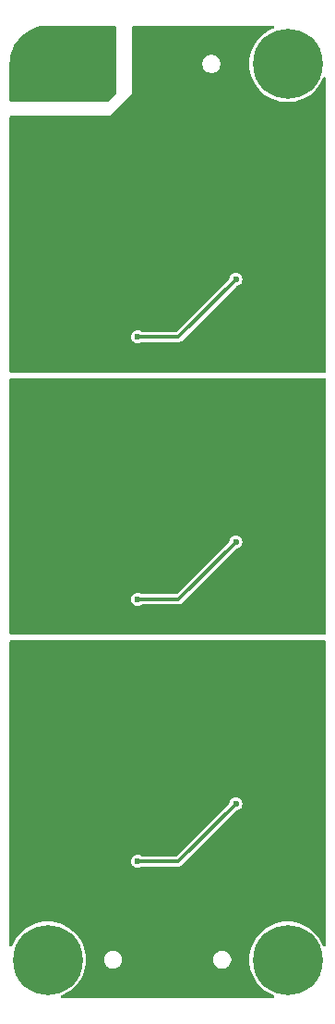
<source format=gbr>
%TF.GenerationSoftware,KiCad,Pcbnew,8.0.4*%
%TF.CreationDate,2024-08-16T18:46:30+09:00*%
%TF.ProjectId,accel-brake-sig-converter-board,61636365-6c2d-4627-9261-6b652d736967,rev?*%
%TF.SameCoordinates,Original*%
%TF.FileFunction,Copper,L2,Bot*%
%TF.FilePolarity,Positive*%
%FSLAX46Y46*%
G04 Gerber Fmt 4.6, Leading zero omitted, Abs format (unit mm)*
G04 Created by KiCad (PCBNEW 8.0.4) date 2024-08-16 18:46:30*
%MOMM*%
%LPD*%
G01*
G04 APERTURE LIST*
%TA.AperFunction,ComponentPad*%
%ADD10C,0.800000*%
%TD*%
%TA.AperFunction,ComponentPad*%
%ADD11C,6.400000*%
%TD*%
%TA.AperFunction,ViaPad*%
%ADD12C,0.600000*%
%TD*%
%TA.AperFunction,Conductor*%
%ADD13C,0.300000*%
%TD*%
G04 APERTURE END LIST*
D10*
%TO.P,H2,MP,MP*%
%TO.N,unconnected-(H2-PadMP)_6*%
X1600000Y-86000000D03*
%TO.N,unconnected-(H2-PadMP)_7*%
X2302944Y-84302944D03*
%TO.N,unconnected-(H2-PadMP)*%
X2302944Y-87697056D03*
%TO.N,unconnected-(H2-PadMP)_3*%
X4000000Y-83600000D03*
D11*
%TO.N,unconnected-(H2-PadMP)_5*%
X4000000Y-86000000D03*
D10*
%TO.N,unconnected-(H2-PadMP)_4*%
X4000000Y-88400000D03*
%TO.N,unconnected-(H2-PadMP)_2*%
X5697056Y-84302944D03*
%TO.N,unconnected-(H2-PadMP)_1*%
X5697056Y-87697056D03*
%TO.N,unconnected-(H2-PadMP)_8*%
X6400000Y-86000000D03*
%TD*%
%TO.P,H3,MP,MP*%
%TO.N,unconnected-(H3-PadMP)_6*%
X23600000Y-4000000D03*
%TO.N,unconnected-(H3-PadMP)_1*%
X24302944Y-2302944D03*
%TO.N,unconnected-(H3-PadMP)_3*%
X24302944Y-5697056D03*
%TO.N,unconnected-(H3-PadMP)_4*%
X26000000Y-1600000D03*
D11*
%TO.N,unconnected-(H3-PadMP)_2*%
X26000000Y-4000000D03*
D10*
%TO.N,unconnected-(H3-PadMP)*%
X26000000Y-6400000D03*
%TO.N,unconnected-(H3-PadMP)_5*%
X27697056Y-2302944D03*
%TO.N,unconnected-(H3-PadMP)_8*%
X27697056Y-5697056D03*
%TO.N,unconnected-(H3-PadMP)_7*%
X28400000Y-4000000D03*
%TD*%
%TO.P,H4,MP,MP*%
%TO.N,unconnected-(H4-PadMP)*%
X23600000Y-86000000D03*
%TO.N,unconnected-(H4-PadMP)_7*%
X24302944Y-84302944D03*
%TO.N,unconnected-(H4-PadMP)_2*%
X24302944Y-87697056D03*
%TO.N,unconnected-(H4-PadMP)_5*%
X26000000Y-83600000D03*
D11*
%TO.N,unconnected-(H4-PadMP)_6*%
X26000000Y-86000000D03*
D10*
%TO.N,unconnected-(H4-PadMP)_4*%
X26000000Y-88400000D03*
%TO.N,unconnected-(H4-PadMP)_1*%
X27697056Y-84302944D03*
%TO.N,unconnected-(H4-PadMP)_8*%
X27697056Y-87697056D03*
%TO.N,unconnected-(H4-PadMP)_3*%
X28400000Y-86000000D03*
%TD*%
%TO.P,H1,MP,MP*%
%TO.N,Chassis*%
X1600000Y-4000000D03*
X2302944Y-2302944D03*
X2302944Y-5697056D03*
X4000000Y-1600000D03*
D11*
X4000000Y-4000000D03*
D10*
X4000000Y-6400000D03*
X5697056Y-2302944D03*
X5697056Y-5697056D03*
X6400000Y-4000000D03*
%TD*%
D12*
%TO.N,GND1*%
X18500000Y-31750000D03*
X1000000Y-26750000D03*
X12750000Y-13250000D03*
X27500000Y-10250000D03*
X17500000Y-9250000D03*
X29000000Y-9250000D03*
X16500000Y-26500000D03*
X15000000Y-9250000D03*
X29000000Y-11750000D03*
X25000000Y-9500000D03*
X7500000Y-17000000D03*
X21000000Y-31750000D03*
X13500000Y-1000000D03*
X22050000Y-19750000D03*
X22500000Y-14750000D03*
X29000000Y-19250000D03*
X8000000Y-31750000D03*
X19500000Y-19000000D03*
X13000000Y-31750000D03*
X12250000Y-30000000D03*
X16000000Y-1000000D03*
X12250000Y-23750000D03*
X14750000Y-19750000D03*
X22500000Y-9500000D03*
X20500000Y-11750000D03*
X20450000Y-23250000D03*
X1000000Y-21750000D03*
X22000000Y-4000000D03*
X20250000Y-20500000D03*
X23500000Y-1000000D03*
X29000000Y-21750000D03*
X29000000Y-29250000D03*
X13750000Y-5500000D03*
X21750000Y-17750000D03*
X20500000Y-10750000D03*
X23250000Y-6750000D03*
X24750000Y-28000000D03*
X22500000Y-16500000D03*
X9750000Y-11750000D03*
X12500000Y-9250000D03*
X7750000Y-9250000D03*
X1000000Y-9250000D03*
X9750000Y-30250000D03*
X25500000Y-15500000D03*
X10250000Y-8750000D03*
X7500000Y-13000000D03*
X1000000Y-11750000D03*
X22250000Y-28750000D03*
X29000000Y-26750000D03*
X12000000Y-27250000D03*
X22250000Y-22250000D03*
X13750000Y-2500000D03*
X24750000Y-31750000D03*
X2500000Y-31750000D03*
X2750000Y-9250000D03*
X29000000Y-16750000D03*
X19500000Y-21750000D03*
X1000000Y-16750000D03*
X1000000Y-14250000D03*
X29000000Y-14250000D03*
X12500000Y-7250000D03*
X14500000Y-24250000D03*
X29000000Y-6750000D03*
X14750000Y-17500000D03*
X27000000Y-28000000D03*
X1000000Y-29250000D03*
X12750000Y-28000000D03*
X23750000Y-22500000D03*
X29000000Y-31750000D03*
X21000000Y-25250000D03*
X29000000Y-24250000D03*
X7500000Y-27000000D03*
X26250000Y-31750000D03*
X16500000Y-23500000D03*
X9750000Y-18250000D03*
X14500000Y-30000000D03*
X25250000Y-25250000D03*
X24750000Y-29750000D03*
X16500000Y-21000000D03*
X1000000Y-19250000D03*
X12250000Y-17750000D03*
X7500000Y-29000000D03*
X16000000Y-31750000D03*
X1000000Y-24250000D03*
X7500000Y-15000000D03*
X21000000Y-1000000D03*
X10500000Y-31750000D03*
X18500000Y-1000000D03*
X25000000Y-13750000D03*
X7500000Y-25000000D03*
X23000000Y-25250000D03*
X1000000Y-31750000D03*
X26000000Y-8000000D03*
X9750000Y-23750000D03*
X20000000Y-9250000D03*
X14000000Y-13250000D03*
%TO.N,Chassis*%
X9500000Y-7000000D03*
X9500000Y-1000000D03*
X6750000Y-7000000D03*
X8500000Y-2500000D03*
X6750000Y-1000000D03*
X9500000Y-4000000D03*
X8500000Y-5500000D03*
X1000000Y-7000000D03*
%TO.N,GND2*%
X14750000Y-43750000D03*
X12500000Y-47750000D03*
X14750000Y-48500000D03*
X12000000Y-51250000D03*
X15250000Y-33250000D03*
X8000000Y-55750000D03*
X25500000Y-39500000D03*
X1000000Y-45750000D03*
X21000000Y-55750000D03*
X19500000Y-43000000D03*
X18500000Y-55750000D03*
X1000000Y-40750000D03*
X20500000Y-34750000D03*
X26250000Y-33250000D03*
X22750000Y-33250000D03*
X24750000Y-55750000D03*
X7500000Y-39000000D03*
X13000000Y-55750000D03*
X29000000Y-53250000D03*
X2750000Y-33250000D03*
X1000000Y-43250000D03*
X20500000Y-35750000D03*
X19500000Y-45750000D03*
X29000000Y-33250000D03*
X9750000Y-35750000D03*
X12250000Y-54000000D03*
X29000000Y-43250000D03*
X1000000Y-48250000D03*
X14500000Y-54000000D03*
X22250000Y-46250000D03*
X21750000Y-41500000D03*
X16500000Y-50500000D03*
X10500000Y-55750000D03*
X9750000Y-47750000D03*
X12750000Y-52000000D03*
X7500000Y-41000000D03*
X16500000Y-47500000D03*
X12750000Y-33250000D03*
X1000000Y-33250000D03*
X29000000Y-45750000D03*
X22050000Y-43750000D03*
X16500000Y-45000000D03*
X24500000Y-33250000D03*
X12750000Y-37250000D03*
X25000000Y-37750000D03*
X7500000Y-51000000D03*
X23750000Y-46500000D03*
X1000000Y-53250000D03*
X17750000Y-33250000D03*
X1000000Y-38250000D03*
X24750000Y-52000000D03*
X20450000Y-47250000D03*
X29000000Y-40750000D03*
X9750000Y-54250000D03*
X7750000Y-33250000D03*
X14750000Y-41500000D03*
X10250000Y-33250000D03*
X7500000Y-49000000D03*
X1000000Y-55750000D03*
X1000000Y-50750000D03*
X26250000Y-55750000D03*
X29000000Y-38250000D03*
X7500000Y-53000000D03*
X22500000Y-40500000D03*
X2500000Y-55750000D03*
X27000000Y-52000000D03*
X22500000Y-38750000D03*
X22250000Y-52750000D03*
X12250000Y-41750000D03*
X20250000Y-33250000D03*
X16000000Y-55750000D03*
X29000000Y-48250000D03*
X20250000Y-44500000D03*
X29000000Y-55750000D03*
X14000000Y-37250000D03*
X28000000Y-34750000D03*
X24750000Y-54000000D03*
X7500000Y-37000000D03*
X25000000Y-49250000D03*
X29000000Y-35750000D03*
X9750000Y-42250000D03*
X1000000Y-35750000D03*
X21000000Y-49250000D03*
X29000000Y-50750000D03*
%TO.N,GND3*%
X29000000Y-79750000D03*
X29000000Y-57250000D03*
X21250000Y-79250000D03*
X20500000Y-71200000D03*
X12750000Y-76000000D03*
X1000000Y-77250000D03*
X29000000Y-67250000D03*
X25500000Y-63500000D03*
X20500000Y-59750000D03*
X9750000Y-78250000D03*
X26000000Y-82000000D03*
X26250000Y-57250000D03*
X14750000Y-65500000D03*
X29000000Y-82250000D03*
X20000000Y-89000000D03*
X2750000Y-57250000D03*
X24750000Y-78500000D03*
X1000000Y-69750000D03*
X21000000Y-73250000D03*
X7500000Y-63000000D03*
X29000000Y-72250000D03*
X25000000Y-73250000D03*
X14500000Y-72250000D03*
X9750000Y-66250000D03*
X9750000Y-59750000D03*
X20250000Y-68500000D03*
X7500000Y-65000000D03*
X12750000Y-61250000D03*
X20500000Y-58750000D03*
X19500000Y-69750000D03*
X12000000Y-75250000D03*
X23250000Y-83250000D03*
X14500000Y-78000000D03*
X27000000Y-76000000D03*
X1000000Y-72250000D03*
X22250000Y-70250000D03*
X22500000Y-89000000D03*
X22050000Y-67750000D03*
X29000000Y-74750000D03*
X1000000Y-57250000D03*
X20250000Y-57250000D03*
X22000000Y-86000000D03*
X7500000Y-75000000D03*
X22500000Y-62750000D03*
X24500000Y-57250000D03*
X21750000Y-65500000D03*
X16500000Y-74500000D03*
X12250000Y-65750000D03*
X1000000Y-74750000D03*
X12250000Y-78000000D03*
X7500000Y-61000000D03*
X29000000Y-77250000D03*
X29000000Y-62250000D03*
X23750000Y-70500000D03*
X16000000Y-79750000D03*
X14000000Y-61250000D03*
X22500000Y-64500000D03*
X29000000Y-59750000D03*
X16500000Y-71500000D03*
X10250000Y-57250000D03*
X7500000Y-77000000D03*
X8000000Y-86000000D03*
X17750000Y-57250000D03*
X15250000Y-57250000D03*
X23500000Y-80750000D03*
X12750000Y-57250000D03*
X1000000Y-59750000D03*
X19500000Y-67000000D03*
X9750000Y-71750000D03*
X12500000Y-89000000D03*
X15000000Y-89000000D03*
X22250000Y-76750000D03*
X16500000Y-69000000D03*
X1000000Y-82250000D03*
X28000000Y-58750000D03*
X1000000Y-62250000D03*
X1000000Y-67250000D03*
X6750000Y-83250000D03*
X7500000Y-89000000D03*
X29000000Y-69750000D03*
X12250000Y-71750000D03*
X10000000Y-89000000D03*
X14750000Y-67750000D03*
X1000000Y-79750000D03*
X4000000Y-82000000D03*
X29000000Y-64750000D03*
X25000000Y-61750000D03*
X24750000Y-76000000D03*
X17500000Y-89000000D03*
X18750000Y-79250000D03*
X7750000Y-57250000D03*
X22750000Y-57250000D03*
X7500000Y-73000000D03*
X1000000Y-64750000D03*
%TO.N,ACCEL1_SIG_OUT_I*%
X12250000Y-29000000D03*
X21250000Y-23750000D03*
%TO.N,ACCEL2_SIG_OUT_I*%
X12250000Y-53000000D03*
X21250000Y-47750000D03*
%TO.N,BRAKE_SIG_OUT_I*%
X21250000Y-71750000D03*
X12250000Y-77000000D03*
%TD*%
D13*
%TO.N,ACCEL1_SIG_OUT_I*%
X12250000Y-29000000D02*
X16000000Y-29000000D01*
X16000000Y-29000000D02*
X21250000Y-23750000D01*
%TO.N,ACCEL2_SIG_OUT_I*%
X21250000Y-47750000D02*
X16000000Y-53000000D01*
X16000000Y-53000000D02*
X12250000Y-53000000D01*
%TO.N,BRAKE_SIG_OUT_I*%
X21250000Y-71750000D02*
X16000000Y-77000000D01*
X16000000Y-77000000D02*
X12250000Y-77000000D01*
%TD*%
%TA.AperFunction,Conductor*%
%TO.N,GND3*%
G36*
X29442539Y-56769685D02*
G01*
X29488294Y-56822489D01*
X29499500Y-56874000D01*
X29499500Y-84679570D01*
X29479815Y-84746609D01*
X29427011Y-84792364D01*
X29357853Y-84802308D01*
X29294297Y-84773283D01*
X29259736Y-84724008D01*
X29202253Y-84574260D01*
X29035679Y-84247343D01*
X28835852Y-83939635D01*
X28604952Y-83654498D01*
X28604949Y-83654494D01*
X28345506Y-83395051D01*
X28060366Y-83164149D01*
X28060364Y-83164147D01*
X27752656Y-82964320D01*
X27425739Y-82797746D01*
X27083206Y-82666260D01*
X27083199Y-82666258D01*
X26728794Y-82571295D01*
X26728790Y-82571294D01*
X26728789Y-82571294D01*
X26366405Y-82513898D01*
X26000001Y-82494696D01*
X25999999Y-82494696D01*
X25633594Y-82513898D01*
X25271211Y-82571294D01*
X25271209Y-82571294D01*
X24916793Y-82666260D01*
X24574260Y-82797746D01*
X24247343Y-82964320D01*
X23939635Y-83164147D01*
X23654498Y-83395047D01*
X23654490Y-83395054D01*
X23395054Y-83654490D01*
X23395047Y-83654498D01*
X23164147Y-83939635D01*
X22964320Y-84247343D01*
X22797746Y-84574260D01*
X22666260Y-84916793D01*
X22571294Y-85271209D01*
X22571294Y-85271211D01*
X22513898Y-85633594D01*
X22494696Y-85999999D01*
X22494696Y-86000000D01*
X22513898Y-86366405D01*
X22517872Y-86391495D01*
X22571295Y-86728794D01*
X22588964Y-86794737D01*
X22666260Y-87083206D01*
X22797746Y-87425739D01*
X22964320Y-87752656D01*
X23164147Y-88060364D01*
X23164149Y-88060366D01*
X23395051Y-88345506D01*
X23654494Y-88604949D01*
X23654498Y-88604952D01*
X23939635Y-88835852D01*
X24247343Y-89035679D01*
X24247348Y-89035682D01*
X24574264Y-89202255D01*
X24724008Y-89259736D01*
X24779540Y-89302138D01*
X24803333Y-89367832D01*
X24787831Y-89435960D01*
X24737958Y-89484893D01*
X24679570Y-89499500D01*
X5320430Y-89499500D01*
X5253391Y-89479815D01*
X5207636Y-89427011D01*
X5197692Y-89357853D01*
X5226717Y-89294297D01*
X5275992Y-89259736D01*
X5425736Y-89202255D01*
X5752652Y-89035682D01*
X6060366Y-88835851D01*
X6345506Y-88604949D01*
X6604949Y-88345506D01*
X6835851Y-88060366D01*
X7035682Y-87752652D01*
X7202255Y-87425736D01*
X7333742Y-87083199D01*
X7428705Y-86728794D01*
X7486102Y-86366404D01*
X7505304Y-86000000D01*
X7501038Y-85918592D01*
X9173500Y-85918592D01*
X9173500Y-86081407D01*
X9205259Y-86241073D01*
X9205262Y-86241082D01*
X9267562Y-86391490D01*
X9267563Y-86391492D01*
X9358015Y-86526862D01*
X9358018Y-86526866D01*
X9473133Y-86641981D01*
X9473137Y-86641984D01*
X9608505Y-86732435D01*
X9608506Y-86732435D01*
X9608507Y-86732436D01*
X9608509Y-86732437D01*
X9708781Y-86773970D01*
X9758919Y-86794738D01*
X9758921Y-86794738D01*
X9758926Y-86794740D01*
X9918592Y-86826499D01*
X9918595Y-86826500D01*
X9918597Y-86826500D01*
X10081405Y-86826500D01*
X10081406Y-86826499D01*
X10134629Y-86815912D01*
X10241073Y-86794740D01*
X10241076Y-86794738D01*
X10241081Y-86794738D01*
X10391495Y-86732435D01*
X10526863Y-86641984D01*
X10641984Y-86526863D01*
X10732435Y-86391495D01*
X10794738Y-86241081D01*
X10826500Y-86081403D01*
X10826500Y-85918597D01*
X10826500Y-85918594D01*
X10826499Y-85918592D01*
X19173500Y-85918592D01*
X19173500Y-86081407D01*
X19205259Y-86241073D01*
X19205262Y-86241082D01*
X19267562Y-86391490D01*
X19267563Y-86391492D01*
X19358015Y-86526862D01*
X19358018Y-86526866D01*
X19473133Y-86641981D01*
X19473137Y-86641984D01*
X19608505Y-86732435D01*
X19608506Y-86732435D01*
X19608507Y-86732436D01*
X19608509Y-86732437D01*
X19708781Y-86773970D01*
X19758919Y-86794738D01*
X19758921Y-86794738D01*
X19758926Y-86794740D01*
X19918592Y-86826499D01*
X19918595Y-86826500D01*
X19918597Y-86826500D01*
X20081405Y-86826500D01*
X20081406Y-86826499D01*
X20134629Y-86815912D01*
X20241073Y-86794740D01*
X20241076Y-86794738D01*
X20241081Y-86794738D01*
X20391495Y-86732435D01*
X20526863Y-86641984D01*
X20641984Y-86526863D01*
X20732435Y-86391495D01*
X20794738Y-86241081D01*
X20826500Y-86081403D01*
X20826500Y-85918597D01*
X20826500Y-85918594D01*
X20826499Y-85918592D01*
X20794740Y-85758926D01*
X20794737Y-85758917D01*
X20732437Y-85608509D01*
X20732436Y-85608507D01*
X20641984Y-85473137D01*
X20641981Y-85473133D01*
X20526866Y-85358018D01*
X20526862Y-85358015D01*
X20391492Y-85267563D01*
X20391490Y-85267562D01*
X20241082Y-85205262D01*
X20241073Y-85205259D01*
X20081406Y-85173500D01*
X20081403Y-85173500D01*
X19918597Y-85173500D01*
X19918594Y-85173500D01*
X19758926Y-85205259D01*
X19758917Y-85205262D01*
X19608509Y-85267562D01*
X19608507Y-85267563D01*
X19473137Y-85358015D01*
X19473133Y-85358018D01*
X19358018Y-85473133D01*
X19358015Y-85473137D01*
X19267563Y-85608507D01*
X19267562Y-85608509D01*
X19205262Y-85758917D01*
X19205259Y-85758926D01*
X19173500Y-85918592D01*
X10826499Y-85918592D01*
X10794740Y-85758926D01*
X10794737Y-85758917D01*
X10732437Y-85608509D01*
X10732436Y-85608507D01*
X10641984Y-85473137D01*
X10641981Y-85473133D01*
X10526866Y-85358018D01*
X10526862Y-85358015D01*
X10391492Y-85267563D01*
X10391490Y-85267562D01*
X10241082Y-85205262D01*
X10241073Y-85205259D01*
X10081406Y-85173500D01*
X10081403Y-85173500D01*
X9918597Y-85173500D01*
X9918594Y-85173500D01*
X9758926Y-85205259D01*
X9758917Y-85205262D01*
X9608509Y-85267562D01*
X9608507Y-85267563D01*
X9473137Y-85358015D01*
X9473133Y-85358018D01*
X9358018Y-85473133D01*
X9358015Y-85473137D01*
X9267563Y-85608507D01*
X9267562Y-85608509D01*
X9205262Y-85758917D01*
X9205259Y-85758926D01*
X9173500Y-85918592D01*
X7501038Y-85918592D01*
X7486102Y-85633596D01*
X7428705Y-85271206D01*
X7333742Y-84916801D01*
X7202255Y-84574264D01*
X7035682Y-84247348D01*
X6835851Y-83939634D01*
X6604949Y-83654494D01*
X6345506Y-83395051D01*
X6060366Y-83164149D01*
X6060364Y-83164147D01*
X5752656Y-82964320D01*
X5425739Y-82797746D01*
X5083206Y-82666260D01*
X5083199Y-82666258D01*
X4728794Y-82571295D01*
X4728790Y-82571294D01*
X4728789Y-82571294D01*
X4366405Y-82513898D01*
X4000001Y-82494696D01*
X3999999Y-82494696D01*
X3633594Y-82513898D01*
X3271211Y-82571294D01*
X3271209Y-82571294D01*
X2916793Y-82666260D01*
X2574260Y-82797746D01*
X2247343Y-82964320D01*
X1939635Y-83164147D01*
X1654498Y-83395047D01*
X1654490Y-83395054D01*
X1395054Y-83654490D01*
X1395047Y-83654498D01*
X1164147Y-83939635D01*
X964320Y-84247343D01*
X797746Y-84574260D01*
X740264Y-84724008D01*
X697862Y-84779540D01*
X632168Y-84803333D01*
X564040Y-84787831D01*
X515107Y-84737958D01*
X500500Y-84679570D01*
X500500Y-76999998D01*
X11644318Y-76999998D01*
X11644318Y-77000001D01*
X11664955Y-77156760D01*
X11664956Y-77156762D01*
X11725464Y-77302841D01*
X11821718Y-77428282D01*
X11947159Y-77524536D01*
X12093238Y-77585044D01*
X12171619Y-77595363D01*
X12249999Y-77605682D01*
X12250000Y-77605682D01*
X12250001Y-77605682D01*
X12302254Y-77598802D01*
X12406762Y-77585044D01*
X12552841Y-77524536D01*
X12615933Y-77476123D01*
X12681102Y-77450930D01*
X12691419Y-77450500D01*
X16059308Y-77450500D01*
X16059309Y-77450500D01*
X16149673Y-77426286D01*
X16173887Y-77419799D01*
X16276614Y-77360489D01*
X21256422Y-72380679D01*
X21317743Y-72347196D01*
X21327896Y-72345426D01*
X21406762Y-72335044D01*
X21552841Y-72274536D01*
X21678282Y-72178282D01*
X21774536Y-72052841D01*
X21835044Y-71906762D01*
X21855682Y-71750000D01*
X21835044Y-71593238D01*
X21774536Y-71447159D01*
X21678282Y-71321718D01*
X21552841Y-71225464D01*
X21406762Y-71164956D01*
X21406760Y-71164955D01*
X21250001Y-71144318D01*
X21249999Y-71144318D01*
X21093239Y-71164955D01*
X21093237Y-71164956D01*
X20947160Y-71225463D01*
X20821718Y-71321718D01*
X20725463Y-71447160D01*
X20664956Y-71593238D01*
X20654575Y-71672084D01*
X20626308Y-71735980D01*
X20619317Y-71743578D01*
X15849716Y-76513181D01*
X15788393Y-76546666D01*
X15762035Y-76549500D01*
X12691419Y-76549500D01*
X12624380Y-76529815D01*
X12615933Y-76523876D01*
X12552842Y-76475464D01*
X12406762Y-76414956D01*
X12406760Y-76414955D01*
X12250001Y-76394318D01*
X12249999Y-76394318D01*
X12093239Y-76414955D01*
X12093237Y-76414956D01*
X11947160Y-76475463D01*
X11821718Y-76571718D01*
X11725463Y-76697160D01*
X11664956Y-76843237D01*
X11664955Y-76843239D01*
X11644318Y-76999998D01*
X500500Y-76999998D01*
X500500Y-56874000D01*
X520185Y-56806961D01*
X572989Y-56761206D01*
X624500Y-56750000D01*
X29375500Y-56750000D01*
X29442539Y-56769685D01*
G37*
%TD.AperFunction*%
%TD*%
%TA.AperFunction,Conductor*%
%TO.N,Chassis*%
G36*
X10193039Y-520185D02*
G01*
X10238794Y-572989D01*
X10250000Y-624500D01*
X10250000Y-6698638D01*
X10230315Y-6765677D01*
X10213681Y-6786319D01*
X9536319Y-7463681D01*
X9474996Y-7497166D01*
X9448638Y-7500000D01*
X624500Y-7500000D01*
X557461Y-7480315D01*
X511706Y-7427511D01*
X500500Y-7376000D01*
X500500Y-4003051D01*
X500649Y-3996967D01*
X517052Y-3663072D01*
X518245Y-3650962D01*
X566849Y-3323296D01*
X569218Y-3311385D01*
X649710Y-2990043D01*
X653240Y-2978411D01*
X764835Y-2666525D01*
X769476Y-2655318D01*
X911124Y-2355828D01*
X916840Y-2345136D01*
X1087145Y-2060998D01*
X1093888Y-2050905D01*
X1291232Y-1784818D01*
X1298935Y-1775433D01*
X1521405Y-1529975D01*
X1529975Y-1521405D01*
X1775433Y-1298935D01*
X1784818Y-1291232D01*
X2050905Y-1093888D01*
X2060998Y-1087145D01*
X2345136Y-916840D01*
X2355828Y-911124D01*
X2655318Y-769476D01*
X2666525Y-764835D01*
X2978412Y-653239D01*
X2990043Y-649710D01*
X3311385Y-569218D01*
X3323296Y-566849D01*
X3650962Y-518244D01*
X3663068Y-517052D01*
X3996967Y-500648D01*
X4003051Y-500500D01*
X10126000Y-500500D01*
X10193039Y-520185D01*
G37*
%TD.AperFunction*%
%TD*%
%TA.AperFunction,Conductor*%
%TO.N,GND1*%
G36*
X24746609Y-520185D02*
G01*
X24792364Y-572989D01*
X24802308Y-642147D01*
X24773283Y-705703D01*
X24724008Y-740264D01*
X24574260Y-797746D01*
X24247343Y-964320D01*
X23939635Y-1164147D01*
X23654498Y-1395047D01*
X23654490Y-1395054D01*
X23395054Y-1654490D01*
X23395047Y-1654498D01*
X23164147Y-1939635D01*
X22964320Y-2247343D01*
X22797746Y-2574260D01*
X22666260Y-2916793D01*
X22571294Y-3271209D01*
X22571294Y-3271211D01*
X22513898Y-3633594D01*
X22494696Y-3999999D01*
X22494696Y-4000000D01*
X22513898Y-4366405D01*
X22517872Y-4391495D01*
X22571295Y-4728794D01*
X22588964Y-4794737D01*
X22666260Y-5083206D01*
X22797746Y-5425739D01*
X22964320Y-5752656D01*
X23164147Y-6060364D01*
X23164149Y-6060366D01*
X23395051Y-6345506D01*
X23654494Y-6604949D01*
X23654498Y-6604952D01*
X23939635Y-6835852D01*
X24247343Y-7035679D01*
X24247348Y-7035682D01*
X24574264Y-7202255D01*
X24916801Y-7333742D01*
X25271206Y-7428705D01*
X25633596Y-7486102D01*
X25979734Y-7504241D01*
X25999999Y-7505304D01*
X26000000Y-7505304D01*
X26000001Y-7505304D01*
X26019203Y-7504297D01*
X26366404Y-7486102D01*
X26728794Y-7428705D01*
X27083199Y-7333742D01*
X27425736Y-7202255D01*
X27752652Y-7035682D01*
X28060366Y-6835851D01*
X28345506Y-6604949D01*
X28604949Y-6345506D01*
X28835851Y-6060366D01*
X29035682Y-5752652D01*
X29202255Y-5425736D01*
X29259736Y-5275991D01*
X29302138Y-5220459D01*
X29367832Y-5196666D01*
X29435960Y-5212167D01*
X29484893Y-5262041D01*
X29499500Y-5320429D01*
X29499500Y-32126000D01*
X29479815Y-32193039D01*
X29427011Y-32238794D01*
X29375500Y-32250000D01*
X624500Y-32250000D01*
X557461Y-32230315D01*
X511706Y-32177511D01*
X500500Y-32126000D01*
X500500Y-28999998D01*
X11644318Y-28999998D01*
X11644318Y-29000001D01*
X11664955Y-29156760D01*
X11664956Y-29156762D01*
X11725464Y-29302841D01*
X11821718Y-29428282D01*
X11947159Y-29524536D01*
X12093238Y-29585044D01*
X12171619Y-29595363D01*
X12249999Y-29605682D01*
X12250000Y-29605682D01*
X12250001Y-29605682D01*
X12302254Y-29598802D01*
X12406762Y-29585044D01*
X12552841Y-29524536D01*
X12615933Y-29476123D01*
X12681102Y-29450930D01*
X12691419Y-29450500D01*
X16059308Y-29450500D01*
X16059309Y-29450500D01*
X16149673Y-29426286D01*
X16173887Y-29419799D01*
X16276614Y-29360489D01*
X21256422Y-24380679D01*
X21317743Y-24347196D01*
X21327896Y-24345426D01*
X21406762Y-24335044D01*
X21552841Y-24274536D01*
X21678282Y-24178282D01*
X21774536Y-24052841D01*
X21835044Y-23906762D01*
X21855682Y-23750000D01*
X21835044Y-23593238D01*
X21774536Y-23447159D01*
X21678282Y-23321718D01*
X21552841Y-23225464D01*
X21406762Y-23164956D01*
X21406760Y-23164955D01*
X21250001Y-23144318D01*
X21249999Y-23144318D01*
X21093239Y-23164955D01*
X21093237Y-23164956D01*
X20947160Y-23225463D01*
X20821718Y-23321718D01*
X20725463Y-23447160D01*
X20664956Y-23593238D01*
X20654575Y-23672084D01*
X20626308Y-23735980D01*
X20619317Y-23743578D01*
X15849716Y-28513181D01*
X15788393Y-28546666D01*
X15762035Y-28549500D01*
X12691419Y-28549500D01*
X12624380Y-28529815D01*
X12615933Y-28523876D01*
X12552842Y-28475464D01*
X12406762Y-28414956D01*
X12406760Y-28414955D01*
X12250001Y-28394318D01*
X12249999Y-28394318D01*
X12093239Y-28414955D01*
X12093237Y-28414956D01*
X11947160Y-28475463D01*
X11821718Y-28571718D01*
X11725463Y-28697160D01*
X11664956Y-28843237D01*
X11664955Y-28843239D01*
X11644318Y-28999998D01*
X500500Y-28999998D01*
X500500Y-8874000D01*
X520185Y-8806961D01*
X572989Y-8761206D01*
X624500Y-8750000D01*
X9750000Y-8750000D01*
X11750000Y-6750000D01*
X11750000Y-3918592D01*
X18173500Y-3918592D01*
X18173500Y-4081407D01*
X18205259Y-4241073D01*
X18205262Y-4241082D01*
X18267562Y-4391490D01*
X18267563Y-4391492D01*
X18358015Y-4526862D01*
X18358018Y-4526866D01*
X18473133Y-4641981D01*
X18473137Y-4641984D01*
X18608505Y-4732435D01*
X18608506Y-4732435D01*
X18608507Y-4732436D01*
X18608509Y-4732437D01*
X18708781Y-4773970D01*
X18758919Y-4794738D01*
X18758921Y-4794738D01*
X18758926Y-4794740D01*
X18918592Y-4826499D01*
X18918595Y-4826500D01*
X18918597Y-4826500D01*
X19081405Y-4826500D01*
X19081406Y-4826499D01*
X19134629Y-4815912D01*
X19241073Y-4794740D01*
X19241076Y-4794738D01*
X19241081Y-4794738D01*
X19391495Y-4732435D01*
X19526863Y-4641984D01*
X19641984Y-4526863D01*
X19732435Y-4391495D01*
X19794738Y-4241081D01*
X19826500Y-4081403D01*
X19826500Y-3918597D01*
X19826500Y-3918594D01*
X19826499Y-3918592D01*
X19794740Y-3758926D01*
X19794737Y-3758917D01*
X19732437Y-3608509D01*
X19732436Y-3608507D01*
X19641984Y-3473137D01*
X19641981Y-3473133D01*
X19526866Y-3358018D01*
X19526862Y-3358015D01*
X19391492Y-3267563D01*
X19391490Y-3267562D01*
X19241082Y-3205262D01*
X19241073Y-3205259D01*
X19081406Y-3173500D01*
X19081403Y-3173500D01*
X18918597Y-3173500D01*
X18918594Y-3173500D01*
X18758926Y-3205259D01*
X18758917Y-3205262D01*
X18608509Y-3267562D01*
X18608507Y-3267563D01*
X18473137Y-3358015D01*
X18473133Y-3358018D01*
X18358018Y-3473133D01*
X18358015Y-3473137D01*
X18267563Y-3608507D01*
X18267562Y-3608509D01*
X18205262Y-3758917D01*
X18205259Y-3758926D01*
X18173500Y-3918592D01*
X11750000Y-3918592D01*
X11750000Y-624500D01*
X11769685Y-557461D01*
X11822489Y-511706D01*
X11874000Y-500500D01*
X24679570Y-500500D01*
X24746609Y-520185D01*
G37*
%TD.AperFunction*%
%TD*%
%TA.AperFunction,Conductor*%
%TO.N,GND2*%
G36*
X29442539Y-32769685D02*
G01*
X29488294Y-32822489D01*
X29499500Y-32874000D01*
X29499500Y-56126000D01*
X29479815Y-56193039D01*
X29427011Y-56238794D01*
X29375500Y-56250000D01*
X624500Y-56250000D01*
X557461Y-56230315D01*
X511706Y-56177511D01*
X500500Y-56126000D01*
X500500Y-52999998D01*
X11644318Y-52999998D01*
X11644318Y-53000001D01*
X11664955Y-53156760D01*
X11664956Y-53156762D01*
X11725464Y-53302841D01*
X11821718Y-53428282D01*
X11947159Y-53524536D01*
X12093238Y-53585044D01*
X12171619Y-53595363D01*
X12249999Y-53605682D01*
X12250000Y-53605682D01*
X12250001Y-53605682D01*
X12302254Y-53598802D01*
X12406762Y-53585044D01*
X12552841Y-53524536D01*
X12615933Y-53476123D01*
X12681102Y-53450930D01*
X12691419Y-53450500D01*
X16059308Y-53450500D01*
X16059309Y-53450500D01*
X16149673Y-53426286D01*
X16173887Y-53419799D01*
X16276614Y-53360489D01*
X21256422Y-48380679D01*
X21317743Y-48347196D01*
X21327896Y-48345426D01*
X21406762Y-48335044D01*
X21552841Y-48274536D01*
X21678282Y-48178282D01*
X21774536Y-48052841D01*
X21835044Y-47906762D01*
X21855682Y-47750000D01*
X21835044Y-47593238D01*
X21774536Y-47447159D01*
X21678282Y-47321718D01*
X21552841Y-47225464D01*
X21406762Y-47164956D01*
X21406760Y-47164955D01*
X21250001Y-47144318D01*
X21249999Y-47144318D01*
X21093239Y-47164955D01*
X21093237Y-47164956D01*
X20947160Y-47225463D01*
X20821718Y-47321718D01*
X20725463Y-47447160D01*
X20664956Y-47593238D01*
X20654575Y-47672084D01*
X20626308Y-47735980D01*
X20619317Y-47743578D01*
X15849716Y-52513181D01*
X15788393Y-52546666D01*
X15762035Y-52549500D01*
X12691419Y-52549500D01*
X12624380Y-52529815D01*
X12615933Y-52523876D01*
X12552842Y-52475464D01*
X12406762Y-52414956D01*
X12406760Y-52414955D01*
X12250001Y-52394318D01*
X12249999Y-52394318D01*
X12093239Y-52414955D01*
X12093237Y-52414956D01*
X11947160Y-52475463D01*
X11821718Y-52571718D01*
X11725463Y-52697160D01*
X11664956Y-52843237D01*
X11664955Y-52843239D01*
X11644318Y-52999998D01*
X500500Y-52999998D01*
X500500Y-32874000D01*
X520185Y-32806961D01*
X572989Y-32761206D01*
X624500Y-32750000D01*
X29375500Y-32750000D01*
X29442539Y-32769685D01*
G37*
%TD.AperFunction*%
%TD*%
M02*

</source>
